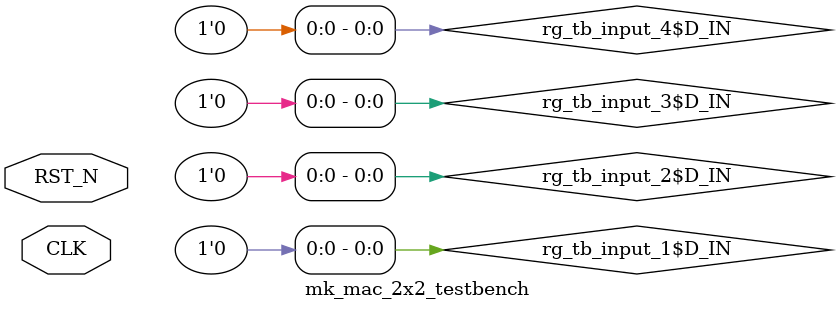
<source format=v>

`ifdef BSV_ASSIGNMENT_DELAY
`else
  `define BSV_ASSIGNMENT_DELAY
`endif

`ifdef BSV_POSITIVE_RESET
  `define BSV_RESET_VALUE 1'b1
  `define BSV_RESET_EDGE posedge
`else
  `define BSV_RESET_VALUE 1'b0
  `define BSV_RESET_EDGE negedge
`endif

module mk_mac_2x2_testbench(CLK,
			    RST_N);
  input  CLK;
  input  RST_N;

  // register rg_counter
  reg [31 : 0] rg_counter;
  wire [31 : 0] rg_counter$D_IN;
  wire rg_counter$EN;

  // register rg_tb_input_1
  reg [31 : 0] rg_tb_input_1;
  wire [31 : 0] rg_tb_input_1$D_IN;
  wire rg_tb_input_1$EN;

  // register rg_tb_input_2
  reg [31 : 0] rg_tb_input_2;
  wire [31 : 0] rg_tb_input_2$D_IN;
  wire rg_tb_input_2$EN;

  // register rg_tb_input_3
  reg [31 : 0] rg_tb_input_3;
  wire [31 : 0] rg_tb_input_3$D_IN;
  wire rg_tb_input_3$EN;

  // register rg_tb_input_4
  reg [31 : 0] rg_tb_input_4;
  wire [31 : 0] rg_tb_input_4$D_IN;
  wire rg_tb_input_4$EN;

  // ports of submodule mac2x2
  wire [127 : 0] mac2x2$mav_get_data;
  wire [31 : 0] mac2x2$ma_put_data_i0,
		mac2x2$ma_put_data_i1,
		mac2x2$ma_put_data_j0,
		mac2x2$ma_put_data_j1;
  wire mac2x2$EN_ma_put_data,
       mac2x2$EN_mav_get_data,
       mac2x2$RDY_ma_put_data,
       mac2x2$RDY_mav_get_data;

  // rule scheduling signals
  wire CAN_FIRE_RL_rl_get_data,
       CAN_FIRE_RL_rl_send_data,
       WILL_FIRE_RL_rl_get_data,
       WILL_FIRE_RL_rl_send_data;

  // submodule mac2x2
  mk_mac_2x2 mac2x2(.CLK(CLK),
		    .RST_N(RST_N),
		    .ma_put_data_i0(mac2x2$ma_put_data_i0),
		    .ma_put_data_i1(mac2x2$ma_put_data_i1),
		    .ma_put_data_j0(mac2x2$ma_put_data_j0),
		    .ma_put_data_j1(mac2x2$ma_put_data_j1),
		    .EN_ma_put_data(mac2x2$EN_ma_put_data),
		    .EN_mav_get_data(mac2x2$EN_mav_get_data),
		    .RDY_ma_put_data(mac2x2$RDY_ma_put_data),
		    .mav_get_data(mac2x2$mav_get_data),
		    .RDY_mav_get_data(mac2x2$RDY_mav_get_data));

  // rule RL_rl_get_data
  assign CAN_FIRE_RL_rl_get_data = mac2x2$RDY_mav_get_data ;
  assign WILL_FIRE_RL_rl_get_data = mac2x2$RDY_mav_get_data ;

  // rule RL_rl_send_data
  assign CAN_FIRE_RL_rl_send_data = mac2x2$RDY_ma_put_data ;
  assign WILL_FIRE_RL_rl_send_data = mac2x2$RDY_ma_put_data ;

  // register rg_counter
  assign rg_counter$D_IN = rg_counter + 32'd1 ;
  assign rg_counter$EN = mac2x2$RDY_ma_put_data ;

  // register rg_tb_input_1
  assign rg_tb_input_1$D_IN = { rg_tb_input_1[30:0], 1'd0 } ;
  assign rg_tb_input_1$EN = mac2x2$RDY_ma_put_data ;

  // register rg_tb_input_2
  assign rg_tb_input_2$D_IN = { rg_tb_input_2[30:0], 1'd0 } ;
  assign rg_tb_input_2$EN = mac2x2$RDY_ma_put_data ;

  // register rg_tb_input_3
  assign rg_tb_input_3$D_IN = { rg_tb_input_3[30:0], 1'd0 } ;
  assign rg_tb_input_3$EN = mac2x2$RDY_ma_put_data ;

  // register rg_tb_input_4
  assign rg_tb_input_4$D_IN = { rg_tb_input_4[30:0], 1'd0 } ;
  assign rg_tb_input_4$EN = mac2x2$RDY_ma_put_data ;

  // submodule mac2x2
  assign mac2x2$ma_put_data_i0 = rg_tb_input_1 ;
  assign mac2x2$ma_put_data_i1 = rg_tb_input_2 ;
  assign mac2x2$ma_put_data_j0 = rg_tb_input_3 ;
  assign mac2x2$ma_put_data_j1 = rg_tb_input_4 ;
  assign mac2x2$EN_ma_put_data = mac2x2$RDY_ma_put_data ;
  assign mac2x2$EN_mav_get_data = mac2x2$RDY_mav_get_data ;

  // handling of inlined registers

  always@(posedge CLK)
  begin
    if (RST_N == `BSV_RESET_VALUE)
      begin
        rg_counter <= `BSV_ASSIGNMENT_DELAY 32'd0;
	rg_tb_input_1 <= `BSV_ASSIGNMENT_DELAY 32'd1;
	rg_tb_input_2 <= `BSV_ASSIGNMENT_DELAY 32'd2;
	rg_tb_input_3 <= `BSV_ASSIGNMENT_DELAY 32'd3;
	rg_tb_input_4 <= `BSV_ASSIGNMENT_DELAY 32'd4;
      end
    else
      begin
        if (rg_counter$EN)
	  rg_counter <= `BSV_ASSIGNMENT_DELAY rg_counter$D_IN;
	if (rg_tb_input_1$EN)
	  rg_tb_input_1 <= `BSV_ASSIGNMENT_DELAY rg_tb_input_1$D_IN;
	if (rg_tb_input_2$EN)
	  rg_tb_input_2 <= `BSV_ASSIGNMENT_DELAY rg_tb_input_2$D_IN;
	if (rg_tb_input_3$EN)
	  rg_tb_input_3 <= `BSV_ASSIGNMENT_DELAY rg_tb_input_3$D_IN;
	if (rg_tb_input_4$EN)
	  rg_tb_input_4 <= `BSV_ASSIGNMENT_DELAY rg_tb_input_4$D_IN;
      end
  end

  // synopsys translate_off
  `ifdef BSV_NO_INITIAL_BLOCKS
  `else // not BSV_NO_INITIAL_BLOCKS
  initial
  begin
    rg_counter = 32'hAAAAAAAA;
    rg_tb_input_1 = 32'hAAAAAAAA;
    rg_tb_input_2 = 32'hAAAAAAAA;
    rg_tb_input_3 = 32'hAAAAAAAA;
    rg_tb_input_4 = 32'hAAAAAAAA;
  end
  `endif // BSV_NO_INITIAL_BLOCKS
  // synopsys translate_on

  // handling of system tasks

  // synopsys translate_off
  always@(negedge CLK)
  begin
    #0;
    if (RST_N != `BSV_RESET_VALUE)
      if (mac2x2$RDY_mav_get_data)
	$display("==========(new matrix)============");
    if (RST_N != `BSV_RESET_VALUE)
      if (mac2x2$RDY_mav_get_data)
	$display("2 TB side: got next values: %0d, %0d, %0d, %0d",
		 $signed(mac2x2$mav_get_data[127:96]),
		 $signed(mac2x2$mav_get_data[95:64]),
		 $signed(mac2x2$mav_get_data[63:32]),
		 $signed(mac2x2$mav_get_data[31:0]));
    if (RST_N != `BSV_RESET_VALUE)
      if (mac2x2$RDY_mav_get_data && rg_counter == 32'd5) $finish(32'd1);
    if (RST_N != `BSV_RESET_VALUE)
      if (mac2x2$RDY_ma_put_data)
	$display("1 TB side: Sending Values %0d, %0d, %0d, %0d",
		 $signed(rg_tb_input_1),
		 $signed(rg_tb_input_2),
		 $signed(rg_tb_input_3),
		 $signed(rg_tb_input_4));
  end
  // synopsys translate_on
endmodule  // mk_mac_2x2_testbench


</source>
